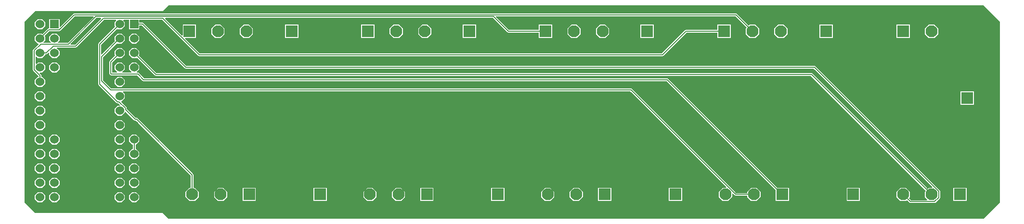
<source format=gbl>
G04*
G04 #@! TF.GenerationSoftware,Altium Limited,Altium Designer,21.6.1 (37)*
G04*
G04 Layer_Physical_Order=2*
G04 Layer_Color=16711680*
%FSLAX44Y44*%
%MOMM*%
G71*
G04*
G04 #@! TF.SameCoordinates,826819EA-234B-40C6-A563-737F89A4C456*
G04*
G04*
G04 #@! TF.FilePolarity,Positive*
G04*
G01*
G75*
%ADD11C,0.2000*%
%ADD26R,1.5300X1.5300*%
%ADD27C,1.5300*%
%ADD28R,2.1000X2.1000*%
%ADD29C,2.1000*%
%ADD30R,2.1000X2.1000*%
%ADD31C,0.7000*%
G36*
X1717757Y354071D02*
Y35929D01*
X1689071Y7243D01*
X260000Y7243D01*
X255929D01*
X246586Y16586D01*
X245858Y17072D01*
X245000Y17243D01*
X20929D01*
X2243Y35929D01*
Y354071D01*
X20929Y372757D01*
X245000D01*
X245858Y372928D01*
X246586Y373414D01*
X255929Y382757D01*
X260000Y382757D01*
X1689071Y382757D01*
X1717757Y354071D01*
D02*
G37*
%LPC*%
G36*
X1253540Y368917D02*
X1253540Y368917D01*
X89970D01*
X89970Y368917D01*
X88233Y368197D01*
X88233Y368197D01*
X65093Y345058D01*
X63920Y345544D01*
Y358920D01*
X46080D01*
Y343196D01*
X45080Y342537D01*
X43343Y341817D01*
X34170Y332645D01*
X33295Y333520D01*
X25905D01*
X20680Y328295D01*
Y320905D01*
X25905Y315680D01*
X26917D01*
X27403Y314507D01*
X17943Y305046D01*
X17223Y303309D01*
X17223Y303309D01*
Y269691D01*
X17223Y269691D01*
X17943Y267954D01*
X27143Y258753D01*
Y257320D01*
X25905D01*
X20680Y252095D01*
Y244705D01*
X25905Y239480D01*
X33295D01*
X38520Y244705D01*
Y252095D01*
X33295Y257320D01*
X32057D01*
Y259771D01*
X32057Y259771D01*
X31337Y261508D01*
X31337Y261508D01*
X29139Y263707D01*
X29625Y264880D01*
X33295D01*
X38520Y270105D01*
Y277495D01*
X33295Y282720D01*
X25905D01*
X23310Y280125D01*
X22137Y280611D01*
Y292389D01*
X23310Y292875D01*
X25905Y290280D01*
X33295D01*
X38520Y295505D01*
Y296743D01*
X40971D01*
X40971Y296743D01*
X42708Y297463D01*
X44907Y299661D01*
X46080Y299175D01*
Y295505D01*
X51305Y290280D01*
X58695D01*
X63920Y295505D01*
Y302895D01*
X59132Y307683D01*
X59658Y308953D01*
X92450D01*
X92450Y308953D01*
X94187Y309673D01*
X141977Y357463D01*
X163189D01*
X163675Y356290D01*
X161080Y353695D01*
Y346305D01*
X161955Y345430D01*
X132993Y316467D01*
X132273Y314730D01*
X132273Y314730D01*
Y244241D01*
X132273Y244241D01*
X132993Y242504D01*
X164154Y211343D01*
X164154Y211343D01*
X165891Y210623D01*
X165891Y210623D01*
X167531D01*
X170461Y207693D01*
X169975Y206520D01*
X166305D01*
X161080Y201295D01*
Y193905D01*
X166305Y188680D01*
X173695D01*
X178920Y193905D01*
Y194917D01*
X180093Y195403D01*
X195114Y180383D01*
X195114Y180383D01*
X196851Y179663D01*
X198491D01*
X295043Y83111D01*
Y61770D01*
X292625D01*
X285730Y54875D01*
Y45125D01*
X292625Y38230D01*
X302375D01*
X309270Y45125D01*
Y54875D01*
X302375Y61770D01*
X299957D01*
Y84129D01*
X299237Y85866D01*
X299237Y85866D01*
X201246Y183857D01*
X199509Y184577D01*
X199509Y184577D01*
X197869D01*
X182377Y200069D01*
Y201709D01*
X182377Y201709D01*
X181657Y203446D01*
X181657Y203446D01*
X172197Y212907D01*
X172683Y214080D01*
X173695D01*
X178920Y219305D01*
Y226695D01*
X175245Y230370D01*
X175731Y231543D01*
X1068042D01*
X1236641Y62943D01*
X1236155Y61770D01*
X1230125D01*
X1223230Y54875D01*
Y45125D01*
X1230125Y38230D01*
X1239875D01*
X1246770Y45125D01*
Y51155D01*
X1247943Y51641D01*
X1251322Y48263D01*
X1253059Y47543D01*
X1253060Y47543D01*
X1273230D01*
Y45125D01*
X1280125Y38230D01*
X1289875D01*
X1296770Y45125D01*
Y54875D01*
X1289875Y61770D01*
X1280125D01*
X1273230Y54875D01*
Y52457D01*
X1254077D01*
X1070797Y235737D01*
X1069060Y236457D01*
X1069060Y236457D01*
X155018D01*
X140457Y251018D01*
Y291582D01*
X165430Y316555D01*
X166305Y315680D01*
X173695D01*
X178920Y320905D01*
Y328295D01*
X173695Y333520D01*
X166305D01*
X161080Y328295D01*
Y320905D01*
X161955Y320030D01*
X138360Y296435D01*
X137187Y296921D01*
Y313712D01*
X165430Y341955D01*
X166305Y341080D01*
X173695D01*
X178920Y346305D01*
Y353695D01*
X176325Y356290D01*
X176811Y357463D01*
X186480D01*
Y341080D01*
X204320D01*
Y347543D01*
X208982D01*
X284263Y272263D01*
X284263Y272263D01*
X286000Y271543D01*
X286000Y271543D01*
X1390542D01*
X1599141Y62943D01*
X1598655Y61770D01*
X1592625D01*
X1590915Y60060D01*
X1388237Y262737D01*
X1386500Y263457D01*
X1386500Y263457D01*
X234618D01*
X203445Y294630D01*
X204320Y295505D01*
Y302895D01*
X199095Y308120D01*
X191705D01*
X186480Y302895D01*
Y295505D01*
X191705Y290280D01*
X199095D01*
X199970Y291155D01*
X231863Y259263D01*
X231863Y259263D01*
X233600Y258543D01*
X233600Y258543D01*
X1385482D01*
X1587440Y56585D01*
X1585730Y54875D01*
Y45125D01*
X1589994Y40860D01*
X1589508Y39687D01*
X1561288D01*
X1557560Y43415D01*
X1559270Y45125D01*
Y54875D01*
X1552375Y61770D01*
X1542625D01*
X1535730Y54875D01*
Y45125D01*
X1542625Y38230D01*
X1552375D01*
X1554085Y39940D01*
X1558533Y35493D01*
X1558533Y35493D01*
X1560270Y34773D01*
X1602789D01*
X1602789Y34773D01*
X1604527Y35493D01*
X1612007Y42973D01*
X1612007Y42973D01*
X1612727Y44710D01*
Y55289D01*
X1612727Y55290D01*
X1612007Y57027D01*
X1393297Y275737D01*
X1391559Y276457D01*
X1391559Y276457D01*
X287018D01*
X211737Y351737D01*
X210000Y352457D01*
X210000Y352457D01*
X204320D01*
Y357463D01*
X244852D01*
X308052Y294263D01*
X309790Y293543D01*
X309790Y293543D01*
X1124059D01*
X1124060Y293543D01*
X1125797Y294263D01*
X1166577Y335043D01*
X1220730D01*
Y325730D01*
X1244270D01*
Y349270D01*
X1220730D01*
Y339957D01*
X1165560D01*
X1165559Y339957D01*
X1163822Y339237D01*
X1163822Y339237D01*
X1123042Y298457D01*
X310807D01*
X284708Y324557D01*
X285194Y325730D01*
X304270D01*
Y349270D01*
X280730D01*
Y330194D01*
X279557Y329708D01*
X249705Y359560D01*
X250191Y360733D01*
X826352D01*
X851322Y335763D01*
X851322Y335763D01*
X853059Y335043D01*
X907188D01*
Y325730D01*
X930727D01*
Y349270D01*
X907188D01*
Y339957D01*
X854077D01*
X831205Y362830D01*
X831691Y364003D01*
X1252522D01*
X1272440Y344085D01*
X1270730Y342375D01*
Y332625D01*
X1277625Y325730D01*
X1287375D01*
X1294270Y332625D01*
Y342375D01*
X1287375Y349270D01*
X1277625D01*
X1275915Y347560D01*
X1255277Y368197D01*
X1253540Y368917D01*
D02*
G37*
G36*
X33295Y358920D02*
X25905D01*
X20680Y353695D01*
Y346305D01*
X25905Y341080D01*
X33295D01*
X38520Y346305D01*
Y353695D01*
X33295Y358920D01*
D02*
G37*
G36*
X1602375Y349270D02*
X1592625D01*
X1585730Y342375D01*
Y332625D01*
X1592625Y325730D01*
X1602375D01*
X1609270Y332625D01*
Y342375D01*
X1602375Y349270D01*
D02*
G37*
G36*
X1559270D02*
X1535730D01*
Y325730D01*
X1559270D01*
Y349270D01*
D02*
G37*
G36*
X1424270D02*
X1400730D01*
Y325730D01*
X1424270D01*
Y349270D01*
D02*
G37*
G36*
X1337375D02*
X1327625D01*
X1320730Y342375D01*
Y332625D01*
X1327625Y325730D01*
X1337375D01*
X1344270Y332625D01*
Y342375D01*
X1337375Y349270D01*
D02*
G37*
G36*
X1109270D02*
X1085730D01*
Y325730D01*
X1109270D01*
Y349270D01*
D02*
G37*
G36*
X1023833D02*
X1014082D01*
X1007188Y342375D01*
Y332625D01*
X1014082Y325730D01*
X1023833D01*
X1030727Y332625D01*
Y342375D01*
X1023833Y349270D01*
D02*
G37*
G36*
X973833D02*
X964082D01*
X957188Y342375D01*
Y332625D01*
X964082Y325730D01*
X973833D01*
X980727Y332625D01*
Y342375D01*
X973833Y349270D01*
D02*
G37*
G36*
X796770D02*
X773230D01*
Y325730D01*
X796770D01*
Y349270D01*
D02*
G37*
G36*
X711333D02*
X701582D01*
X694688Y342375D01*
Y332625D01*
X701582Y325730D01*
X711333D01*
X718227Y332625D01*
Y342375D01*
X711333Y349270D01*
D02*
G37*
G36*
X661333D02*
X651582D01*
X644688Y342375D01*
Y332625D01*
X651582Y325730D01*
X661333D01*
X668227Y332625D01*
Y342375D01*
X661333Y349270D01*
D02*
G37*
G36*
X618228D02*
X594688D01*
Y325730D01*
X618228D01*
Y349270D01*
D02*
G37*
G36*
X484270D02*
X460730D01*
Y325730D01*
X484270D01*
Y349270D01*
D02*
G37*
G36*
X397375D02*
X387625D01*
X380730Y342375D01*
Y332625D01*
X387625Y325730D01*
X397375D01*
X404270Y332625D01*
Y342375D01*
X397375Y349270D01*
D02*
G37*
G36*
X347375D02*
X337625D01*
X330730Y342375D01*
Y332625D01*
X337625Y325730D01*
X347375D01*
X354270Y332625D01*
Y342375D01*
X347375Y349270D01*
D02*
G37*
G36*
X199095Y333520D02*
X191705D01*
X186480Y328295D01*
Y320905D01*
X191705Y315680D01*
X199095D01*
X204320Y320905D01*
Y328295D01*
X199095Y333520D01*
D02*
G37*
G36*
X173695Y308120D02*
X166305D01*
X161080Y302895D01*
Y295505D01*
X161955Y294630D01*
X152263Y284937D01*
X151543Y283200D01*
X151543Y283200D01*
Y263172D01*
X151543Y263172D01*
X152263Y261434D01*
X153434Y260263D01*
X153434Y260263D01*
X155172Y259543D01*
X155172Y259543D01*
X200982D01*
X210263Y250263D01*
X210263Y250263D01*
X212000Y249543D01*
X1131982D01*
X1323230Y58295D01*
Y38230D01*
X1346770D01*
Y61770D01*
X1326705D01*
X1134737Y253737D01*
X1133000Y254457D01*
X1133000Y254457D01*
X213018D01*
X203737Y263737D01*
X202000Y264457D01*
X202000Y264457D01*
X200468D01*
X199942Y265727D01*
X204320Y270105D01*
Y277495D01*
X199095Y282720D01*
X191705D01*
X186480Y277495D01*
Y270105D01*
X190858Y265727D01*
X190332Y264457D01*
X175068D01*
X174542Y265727D01*
X178920Y270105D01*
Y277495D01*
X173695Y282720D01*
X166305D01*
X161080Y277495D01*
Y270105D01*
X165458Y265727D01*
X164932Y264457D01*
X156457D01*
Y282182D01*
X165430Y291155D01*
X166305Y290280D01*
X173695D01*
X178920Y295505D01*
Y302895D01*
X173695Y308120D01*
D02*
G37*
G36*
X58695Y282720D02*
X51305D01*
X46080Y277495D01*
Y270105D01*
X51305Y264880D01*
X58695D01*
X63920Y270105D01*
Y277495D01*
X58695Y282720D01*
D02*
G37*
G36*
X173695Y257320D02*
X166305D01*
X161080Y252095D01*
Y244705D01*
X166305Y239480D01*
X173695D01*
X178920Y244705D01*
Y252095D01*
X173695Y257320D01*
D02*
G37*
G36*
X33295Y231920D02*
X25905D01*
X20680Y226695D01*
Y219305D01*
X25905Y214080D01*
X33295D01*
X38520Y219305D01*
Y226695D01*
X33295Y231920D01*
D02*
G37*
G36*
X1671770Y231770D02*
X1648230D01*
Y208230D01*
X1671770D01*
Y231770D01*
D02*
G37*
G36*
X33295Y206520D02*
X25905D01*
X20680Y201295D01*
Y193905D01*
X25905Y188680D01*
X33295D01*
X38520Y193905D01*
Y201295D01*
X33295Y206520D01*
D02*
G37*
G36*
X173695Y181120D02*
X166305D01*
X161080Y175895D01*
Y168505D01*
X166305Y163280D01*
X173695D01*
X178920Y168505D01*
Y175895D01*
X173695Y181120D01*
D02*
G37*
G36*
X33295D02*
X25905D01*
X20680Y175895D01*
Y168505D01*
X25905Y163280D01*
X33295D01*
X38520Y168505D01*
Y175895D01*
X33295Y181120D01*
D02*
G37*
G36*
X173695Y155720D02*
X166305D01*
X161080Y150495D01*
Y143105D01*
X166305Y137880D01*
X173695D01*
X178920Y143105D01*
Y150495D01*
X173695Y155720D01*
D02*
G37*
G36*
X58695D02*
X51305D01*
X46080Y150495D01*
Y143105D01*
X51305Y137880D01*
X58695D01*
X63920Y143105D01*
Y150495D01*
X58695Y155720D01*
D02*
G37*
G36*
X33295D02*
X25905D01*
X20680Y150495D01*
Y143105D01*
X25905Y137880D01*
X33295D01*
X38520Y143105D01*
Y150495D01*
X33295Y155720D01*
D02*
G37*
G36*
X199095D02*
X191705D01*
X186480Y150495D01*
Y143105D01*
X191705Y137880D01*
X192943D01*
Y130320D01*
X191705D01*
X186480Y125095D01*
Y117705D01*
X191705Y112480D01*
X199095D01*
X204320Y117705D01*
Y125095D01*
X199095Y130320D01*
X197857D01*
Y137880D01*
X199095D01*
X204320Y143105D01*
Y150495D01*
X199095Y155720D01*
D02*
G37*
G36*
X173695Y130320D02*
X166305D01*
X161080Y125095D01*
Y117705D01*
X166305Y112480D01*
X173695D01*
X178920Y117705D01*
Y125095D01*
X173695Y130320D01*
D02*
G37*
G36*
X58695D02*
X51305D01*
X46080Y125095D01*
Y117705D01*
X51305Y112480D01*
X58695D01*
X63920Y117705D01*
Y125095D01*
X58695Y130320D01*
D02*
G37*
G36*
X33295D02*
X25905D01*
X20680Y125095D01*
Y117705D01*
X25905Y112480D01*
X33295D01*
X38520Y117705D01*
Y125095D01*
X33295Y130320D01*
D02*
G37*
G36*
X199095Y104920D02*
X191705D01*
X186480Y99695D01*
Y92305D01*
X191705Y87080D01*
X199095D01*
X204320Y92305D01*
Y99695D01*
X199095Y104920D01*
D02*
G37*
G36*
X173695D02*
X166305D01*
X161080Y99695D01*
Y92305D01*
X166305Y87080D01*
X173695D01*
X178920Y92305D01*
Y99695D01*
X173695Y104920D01*
D02*
G37*
G36*
X58695D02*
X51305D01*
X46080Y99695D01*
Y92305D01*
X51305Y87080D01*
X58695D01*
X63920Y92305D01*
Y99695D01*
X58695Y104920D01*
D02*
G37*
G36*
X33295D02*
X25905D01*
X20680Y99695D01*
Y92305D01*
X25905Y87080D01*
X33295D01*
X38520Y92305D01*
Y99695D01*
X33295Y104920D01*
D02*
G37*
G36*
X199095Y79520D02*
X191705D01*
X186480Y74295D01*
Y66905D01*
X191705Y61680D01*
X199095D01*
X204320Y66905D01*
Y74295D01*
X199095Y79520D01*
D02*
G37*
G36*
X173695D02*
X166305D01*
X161080Y74295D01*
Y66905D01*
X166305Y61680D01*
X173695D01*
X178920Y66905D01*
Y74295D01*
X173695Y79520D01*
D02*
G37*
G36*
X58695D02*
X51305D01*
X46080Y74295D01*
Y66905D01*
X51305Y61680D01*
X58695D01*
X63920Y66905D01*
Y74295D01*
X58695Y79520D01*
D02*
G37*
G36*
X33295D02*
X25905D01*
X20680Y74295D01*
Y66905D01*
X25905Y61680D01*
X33295D01*
X38520Y66905D01*
Y74295D01*
X33295Y79520D01*
D02*
G37*
G36*
X1659270Y61770D02*
X1635730D01*
Y38230D01*
X1659270D01*
Y61770D01*
D02*
G37*
G36*
X1471770D02*
X1448230D01*
Y38230D01*
X1471770D01*
Y61770D01*
D02*
G37*
G36*
X1159270D02*
X1135730D01*
Y38230D01*
X1159270D01*
Y61770D01*
D02*
G37*
G36*
X1034270D02*
X1010730D01*
Y38230D01*
X1034270D01*
Y61770D01*
D02*
G37*
G36*
X977375D02*
X967625D01*
X960730Y54875D01*
Y45125D01*
X967625Y38230D01*
X977375D01*
X984270Y45125D01*
Y54875D01*
X977375Y61770D01*
D02*
G37*
G36*
X927375D02*
X917625D01*
X910730Y54875D01*
Y45125D01*
X917625Y38230D01*
X927375D01*
X934270Y45125D01*
Y54875D01*
X927375Y61770D01*
D02*
G37*
G36*
X846770D02*
X823230D01*
Y38230D01*
X846770D01*
Y61770D01*
D02*
G37*
G36*
X721770D02*
X698230D01*
Y38230D01*
X721770D01*
Y61770D01*
D02*
G37*
G36*
X664875D02*
X655125D01*
X648230Y54875D01*
Y45125D01*
X655125Y38230D01*
X664875D01*
X671770Y45125D01*
Y54875D01*
X664875Y61770D01*
D02*
G37*
G36*
X614875D02*
X605125D01*
X598230Y54875D01*
Y45125D01*
X605125Y38230D01*
X614875D01*
X621770Y45125D01*
Y54875D01*
X614875Y61770D01*
D02*
G37*
G36*
X534270D02*
X510730D01*
Y38230D01*
X534270D01*
Y61770D01*
D02*
G37*
G36*
X409270D02*
X385730D01*
Y38230D01*
X409270D01*
Y61770D01*
D02*
G37*
G36*
X352375D02*
X342625D01*
X335730Y54875D01*
Y45125D01*
X342625Y38230D01*
X352375D01*
X359270Y45125D01*
Y54875D01*
X352375Y61770D01*
D02*
G37*
G36*
X199095Y54120D02*
X191705D01*
X186480Y48895D01*
Y41505D01*
X191705Y36280D01*
X199095D01*
X204320Y41505D01*
Y48895D01*
X199095Y54120D01*
D02*
G37*
G36*
X173695D02*
X166305D01*
X161080Y48895D01*
Y41505D01*
X166305Y36280D01*
X173695D01*
X178920Y41505D01*
Y48895D01*
X173695Y54120D01*
D02*
G37*
G36*
X58695D02*
X51305D01*
X46080Y48895D01*
Y41505D01*
X51305Y36280D01*
X58695D01*
X63920Y41505D01*
Y48895D01*
X58695Y54120D01*
D02*
G37*
G36*
X33295D02*
X25905D01*
X20680Y48895D01*
Y41505D01*
X25905Y36280D01*
X33295D01*
X38520Y41505D01*
Y48895D01*
X33295Y54120D01*
D02*
G37*
%LPD*%
G36*
X124040Y362830D02*
X78348Y317137D01*
X61811D01*
X61325Y318310D01*
X63920Y320905D01*
Y328295D01*
X58695Y333520D01*
X51305D01*
X46080Y328295D01*
Y320905D01*
X48675Y318310D01*
X48189Y317137D01*
X36411D01*
X35925Y318310D01*
X38520Y320905D01*
Y328295D01*
X37645Y329170D01*
X46098Y337623D01*
X63590D01*
X63590Y337623D01*
X65328Y338343D01*
X90988Y364003D01*
X123554D01*
X124040Y362830D01*
D02*
G37*
G36*
X137124Y359560D02*
X91432Y313867D01*
X83687D01*
X83201Y315040D01*
X128893Y360733D01*
X136638D01*
X137124Y359560D01*
D02*
G37*
D11*
X195000Y125000D02*
X195400Y125400D01*
Y146800D01*
X1253540Y366460D02*
X1282500Y337500D01*
X89970Y366460D02*
X1253540D01*
X134730Y314730D02*
X170000Y350000D01*
X134730Y244241D02*
Y314730D01*
X170000Y350000D02*
Y350000D01*
X168000Y322600D02*
Y324000D01*
X138000Y292600D02*
X168000Y322600D01*
X138000Y250000D02*
Y292600D01*
X297500Y50500D02*
X298000Y50000D01*
X199509Y182120D02*
X297500Y84129D01*
X196851Y182120D02*
X199509D01*
X297500Y50500D02*
Y84129D01*
X179920Y199051D02*
Y201709D01*
Y199051D02*
X196851Y182120D01*
X168549Y213080D02*
X179920Y201709D01*
X165891Y213080D02*
X168549D01*
X134730Y244241D02*
X165891Y213080D01*
X138000Y250000D02*
X154000Y234000D01*
X140960Y359920D02*
X245870D01*
X30000Y298800D02*
Y299000D01*
X79366Y314680D02*
X127875Y363190D01*
X827370D02*
X853059Y337500D01*
X53181Y311410D02*
X92450D01*
X40971Y299200D02*
X53181Y311410D01*
X92450D02*
X140960Y359920D01*
X31200Y299200D02*
X40971D01*
X31000Y299000D02*
X31200Y299200D01*
X127875Y363190D02*
X827370D01*
X63590Y340080D02*
X89970Y366460D01*
X19680Y303309D02*
X31051Y314680D01*
X19680Y269691D02*
Y303309D01*
X31051Y314680D02*
X79366D01*
X19680Y269691D02*
X29600Y259771D01*
Y248400D02*
Y259771D01*
X309790Y296000D02*
X1124060D01*
X1165559Y337500D01*
X1232500Y337000D02*
X1233000D01*
X245870Y359920D02*
X309790Y296000D01*
X1165559Y337500D02*
X1232500D01*
X195400Y350000D02*
X210000D01*
X286000Y274000D01*
X1391559D01*
X31000Y326000D02*
X45080Y340080D01*
X63590D01*
X853059Y337500D02*
X918958D01*
X1069060Y234000D02*
X1253059Y50000D01*
X154000Y234000D02*
X1069060D01*
X1253059Y50000D02*
X1285000D01*
X195400Y299200D02*
X233600Y261000D01*
X154000Y263172D02*
X155172Y262000D01*
X1596500Y51000D02*
X1599000D01*
X155172Y262000D02*
X202000D01*
X233600Y261000D02*
X1386500D01*
X212000Y252000D02*
X1133000D01*
X154000Y263172D02*
Y283200D01*
X202000Y262000D02*
X212000Y252000D01*
X1133000D02*
X1333000Y52000D01*
X1386500Y261000D02*
X1596500Y51000D01*
X1610270Y44710D02*
Y55290D01*
X1602789Y37230D02*
X1610270Y44710D01*
X1560270Y37230D02*
X1602789D01*
X1549500Y48000D02*
X1560270Y37230D01*
X1548000Y48000D02*
X1549500D01*
X1391559Y274000D02*
X1610270Y55290D01*
X1333000Y52000D02*
X1335000D01*
X169000Y298200D02*
Y299000D01*
X154000Y283200D02*
X169000Y298200D01*
D26*
X195400Y350000D02*
D03*
X55000D02*
D03*
D27*
X170000D02*
D03*
X195400Y324600D02*
D03*
X170000D02*
D03*
X195400Y299200D02*
D03*
X170000D02*
D03*
X195400Y273800D02*
D03*
X170000D02*
D03*
X195400Y248400D02*
D03*
X170000D02*
D03*
X195400Y223000D02*
D03*
X170000D02*
D03*
X195400Y197600D02*
D03*
X170000D02*
D03*
X195400Y172200D02*
D03*
X170000D02*
D03*
X195400Y146800D02*
D03*
X170000D02*
D03*
X195400Y121400D02*
D03*
X170000D02*
D03*
X195400Y96000D02*
D03*
X170000D02*
D03*
X195400Y70600D02*
D03*
X170000D02*
D03*
X195400Y45200D02*
D03*
X170000D02*
D03*
X29600Y350000D02*
D03*
X55000Y324600D02*
D03*
X29600D02*
D03*
X55000Y299200D02*
D03*
X29600D02*
D03*
X55000Y273800D02*
D03*
X29600D02*
D03*
X55000Y248400D02*
D03*
X29600D02*
D03*
X55000Y223000D02*
D03*
X29600D02*
D03*
X55000Y197600D02*
D03*
X29600D02*
D03*
X55000Y172200D02*
D03*
X29600D02*
D03*
X55000Y146800D02*
D03*
X29600D02*
D03*
X55000Y121400D02*
D03*
X29600D02*
D03*
X55000Y96000D02*
D03*
X29600D02*
D03*
X55000Y70600D02*
D03*
X29600D02*
D03*
X55000Y45200D02*
D03*
X29600D02*
D03*
D28*
X1097500Y337500D02*
D03*
X918958D02*
D03*
X785000D02*
D03*
X606457D02*
D03*
X472500D02*
D03*
X292500D02*
D03*
X1547500D02*
D03*
X1232500D02*
D03*
X1412500D02*
D03*
X1647500Y50000D02*
D03*
X1460000D02*
D03*
X1335000D02*
D03*
X1147500D02*
D03*
X1022500D02*
D03*
X835000D02*
D03*
X710000D02*
D03*
X522500D02*
D03*
X397500D02*
D03*
D29*
X1147500Y337500D02*
D03*
X1018958D02*
D03*
X968958D02*
D03*
X835000D02*
D03*
X706458D02*
D03*
X656458D02*
D03*
X522500D02*
D03*
X392500D02*
D03*
X342500D02*
D03*
X1647500D02*
D03*
X1597500D02*
D03*
X1332500D02*
D03*
X1282500D02*
D03*
X1462500D02*
D03*
X1660000Y170000D02*
D03*
X1547500Y50000D02*
D03*
X1597500D02*
D03*
X1410000D02*
D03*
X1235000D02*
D03*
X1285000D02*
D03*
X1097500D02*
D03*
X922500D02*
D03*
X972500D02*
D03*
X785000D02*
D03*
X610000D02*
D03*
X660000D02*
D03*
X472500D02*
D03*
X297500D02*
D03*
X347500D02*
D03*
D30*
X1660000Y220000D02*
D03*
D31*
X1702500Y360000D02*
D03*
X1690000Y335000D02*
D03*
X1702500Y310000D02*
D03*
X1690000Y285000D02*
D03*
X1702500Y260000D02*
D03*
X1690000Y235000D02*
D03*
X1702500Y210000D02*
D03*
X1690000Y135000D02*
D03*
Y85000D02*
D03*
X1677500Y360000D02*
D03*
X1665000Y335000D02*
D03*
X1677500Y310000D02*
D03*
X1665000Y285000D02*
D03*
X1677500Y260000D02*
D03*
X1665000Y185000D02*
D03*
X1677500Y160000D02*
D03*
X1665000Y135000D02*
D03*
X1677500Y110000D02*
D03*
X1665000Y85000D02*
D03*
X1677500Y60000D02*
D03*
X1665000Y35000D02*
D03*
X1652500Y360000D02*
D03*
Y310000D02*
D03*
X1640000Y285000D02*
D03*
X1652500Y260000D02*
D03*
X1640000Y185000D02*
D03*
Y135000D02*
D03*
X1652500Y110000D02*
D03*
X1640000Y85000D02*
D03*
X1627500Y360000D02*
D03*
X1615000Y335000D02*
D03*
X1627500Y310000D02*
D03*
X1615000Y285000D02*
D03*
Y235000D02*
D03*
X1627500Y210000D02*
D03*
X1615000Y185000D02*
D03*
X1627500Y160000D02*
D03*
X1615000Y135000D02*
D03*
X1627500Y110000D02*
D03*
X1615000Y35000D02*
D03*
X1602500Y360000D02*
D03*
Y260000D02*
D03*
X1590000Y235000D02*
D03*
X1602500Y210000D02*
D03*
X1590000Y185000D02*
D03*
X1602500Y160000D02*
D03*
X1590000Y135000D02*
D03*
X1602500Y110000D02*
D03*
X1565000Y335000D02*
D03*
X1577500Y310000D02*
D03*
X1565000Y285000D02*
D03*
X1577500Y260000D02*
D03*
X1565000Y235000D02*
D03*
X1577500Y210000D02*
D03*
X1565000Y185000D02*
D03*
X1577500Y160000D02*
D03*
X1552500Y310000D02*
D03*
X1540000Y285000D02*
D03*
X1552500Y260000D02*
D03*
X1540000Y235000D02*
D03*
X1552500Y210000D02*
D03*
Y160000D02*
D03*
X1540000Y85000D02*
D03*
X1527500Y310000D02*
D03*
X1515000Y285000D02*
D03*
X1527500Y260000D02*
D03*
X1515000Y235000D02*
D03*
X1527500Y210000D02*
D03*
X1515000Y85000D02*
D03*
X1527500Y60000D02*
D03*
X1515000Y35000D02*
D03*
X1502500Y310000D02*
D03*
X1490000Y285000D02*
D03*
X1502500Y260000D02*
D03*
X1490000Y235000D02*
D03*
X1502500Y210000D02*
D03*
X1490000Y135000D02*
D03*
X1502500Y110000D02*
D03*
X1490000Y85000D02*
D03*
X1502500Y60000D02*
D03*
X1490000Y35000D02*
D03*
X1477500Y310000D02*
D03*
X1465000Y285000D02*
D03*
X1477500Y260000D02*
D03*
X1465000Y135000D02*
D03*
X1477500Y110000D02*
D03*
X1465000Y85000D02*
D03*
X1477500Y60000D02*
D03*
X1440000Y335000D02*
D03*
X1452500Y310000D02*
D03*
X1440000Y285000D02*
D03*
X1452500Y260000D02*
D03*
X1440000Y185000D02*
D03*
X1452500Y160000D02*
D03*
X1440000Y135000D02*
D03*
X1452500Y110000D02*
D03*
X1440000Y85000D02*
D03*
X1427500Y310000D02*
D03*
X1415000Y185000D02*
D03*
X1427500Y160000D02*
D03*
X1415000Y135000D02*
D03*
X1427500Y110000D02*
D03*
X1415000Y85000D02*
D03*
X1427500Y60000D02*
D03*
X1415000Y35000D02*
D03*
X1402500Y360000D02*
D03*
Y310000D02*
D03*
X1390000Y235000D02*
D03*
X1402500Y210000D02*
D03*
X1390000Y185000D02*
D03*
X1402500Y160000D02*
D03*
X1390000Y135000D02*
D03*
X1402500Y110000D02*
D03*
X1390000Y85000D02*
D03*
Y35000D02*
D03*
X1365000Y335000D02*
D03*
X1377500Y310000D02*
D03*
X1365000Y235000D02*
D03*
X1377500Y210000D02*
D03*
X1365000Y185000D02*
D03*
X1377500Y160000D02*
D03*
X1365000Y135000D02*
D03*
X1377500Y110000D02*
D03*
X1365000Y85000D02*
D03*
X1377500Y60000D02*
D03*
X1365000Y35000D02*
D03*
X1352500Y360000D02*
D03*
Y310000D02*
D03*
X1340000Y235000D02*
D03*
X1352500Y210000D02*
D03*
X1340000Y185000D02*
D03*
X1352500Y160000D02*
D03*
X1340000Y135000D02*
D03*
X1352500Y110000D02*
D03*
X1340000Y85000D02*
D03*
X1352500Y60000D02*
D03*
X1327500Y360000D02*
D03*
X1315000Y335000D02*
D03*
X1327500Y310000D02*
D03*
X1315000Y235000D02*
D03*
X1327500Y210000D02*
D03*
X1315000Y185000D02*
D03*
X1327500Y160000D02*
D03*
X1315000Y135000D02*
D03*
X1327500Y110000D02*
D03*
X1315000Y85000D02*
D03*
Y35000D02*
D03*
X1302500Y360000D02*
D03*
Y310000D02*
D03*
X1290000Y235000D02*
D03*
X1302500Y210000D02*
D03*
X1290000Y185000D02*
D03*
X1302500Y160000D02*
D03*
X1290000Y135000D02*
D03*
X1302500Y110000D02*
D03*
Y60000D02*
D03*
X1277500Y360000D02*
D03*
X1265000Y335000D02*
D03*
X1277500Y310000D02*
D03*
X1265000Y235000D02*
D03*
X1277500Y210000D02*
D03*
X1265000Y185000D02*
D03*
X1277500Y160000D02*
D03*
X1265000Y135000D02*
D03*
Y85000D02*
D03*
Y35000D02*
D03*
X1252500Y310000D02*
D03*
X1240000Y235000D02*
D03*
X1252500Y210000D02*
D03*
X1240000Y185000D02*
D03*
X1252500Y160000D02*
D03*
Y110000D02*
D03*
X1240000Y85000D02*
D03*
X1227500Y310000D02*
D03*
X1215000Y235000D02*
D03*
X1227500Y210000D02*
D03*
X1215000Y185000D02*
D03*
Y135000D02*
D03*
X1227500Y110000D02*
D03*
X1215000Y35000D02*
D03*
X1202500Y310000D02*
D03*
X1190000Y235000D02*
D03*
X1202500Y210000D02*
D03*
Y160000D02*
D03*
X1190000Y135000D02*
D03*
Y85000D02*
D03*
Y35000D02*
D03*
X1177500Y310000D02*
D03*
X1165000Y235000D02*
D03*
Y185000D02*
D03*
X1177500Y160000D02*
D03*
Y110000D02*
D03*
X1165000Y85000D02*
D03*
X1152500Y310000D02*
D03*
Y210000D02*
D03*
X1140000Y185000D02*
D03*
Y135000D02*
D03*
X1152500Y110000D02*
D03*
X1140000Y85000D02*
D03*
X1115000Y335000D02*
D03*
Y235000D02*
D03*
X1127500Y210000D02*
D03*
Y160000D02*
D03*
X1115000Y135000D02*
D03*
X1127500Y110000D02*
D03*
X1115000Y85000D02*
D03*
Y35000D02*
D03*
X1102500Y310000D02*
D03*
X1090000Y235000D02*
D03*
Y185000D02*
D03*
X1102500Y160000D02*
D03*
X1090000Y135000D02*
D03*
X1102500Y110000D02*
D03*
X1090000Y85000D02*
D03*
X1065000Y335000D02*
D03*
X1077500Y310000D02*
D03*
Y210000D02*
D03*
X1065000Y185000D02*
D03*
X1077500Y160000D02*
D03*
X1065000Y135000D02*
D03*
X1077500Y110000D02*
D03*
X1065000Y85000D02*
D03*
X1077500Y60000D02*
D03*
X1040000Y335000D02*
D03*
X1052500Y310000D02*
D03*
Y210000D02*
D03*
X1040000Y185000D02*
D03*
X1052500Y160000D02*
D03*
X1040000Y135000D02*
D03*
X1052500Y110000D02*
D03*
X1040000Y85000D02*
D03*
X1052500Y60000D02*
D03*
X1027500Y310000D02*
D03*
Y210000D02*
D03*
X1015000Y185000D02*
D03*
X1027500Y160000D02*
D03*
X1015000Y135000D02*
D03*
X1027500Y110000D02*
D03*
X1015000Y85000D02*
D03*
X990000Y335000D02*
D03*
X1002500Y310000D02*
D03*
Y210000D02*
D03*
X990000Y185000D02*
D03*
X1002500Y160000D02*
D03*
X990000Y135000D02*
D03*
X1002500Y110000D02*
D03*
X977500Y310000D02*
D03*
Y210000D02*
D03*
X965000Y185000D02*
D03*
X977500Y160000D02*
D03*
X965000Y135000D02*
D03*
X977500Y110000D02*
D03*
X965000Y85000D02*
D03*
X952500Y310000D02*
D03*
Y210000D02*
D03*
X940000Y185000D02*
D03*
X952500Y160000D02*
D03*
X940000Y85000D02*
D03*
X952500Y60000D02*
D03*
X927500Y310000D02*
D03*
Y210000D02*
D03*
X915000Y185000D02*
D03*
X927500Y160000D02*
D03*
X915000Y135000D02*
D03*
X927500Y110000D02*
D03*
X902500Y210000D02*
D03*
X890000Y135000D02*
D03*
X902500Y110000D02*
D03*
X890000Y85000D02*
D03*
Y35000D02*
D03*
X877500Y210000D02*
D03*
X865000Y185000D02*
D03*
X877500Y160000D02*
D03*
X865000Y85000D02*
D03*
Y35000D02*
D03*
X840000Y185000D02*
D03*
X852500Y160000D02*
D03*
X840000Y135000D02*
D03*
X852500Y110000D02*
D03*
X840000Y85000D02*
D03*
X827500Y210000D02*
D03*
X815000Y135000D02*
D03*
X827500Y110000D02*
D03*
X815000Y85000D02*
D03*
X802500Y210000D02*
D03*
X790000Y185000D02*
D03*
X802500Y160000D02*
D03*
X790000Y135000D02*
D03*
X802500Y110000D02*
D03*
X790000Y85000D02*
D03*
X765000Y335000D02*
D03*
Y185000D02*
D03*
X777500Y160000D02*
D03*
X765000Y135000D02*
D03*
X777500Y110000D02*
D03*
X765000Y85000D02*
D03*
X752500Y210000D02*
D03*
X740000Y185000D02*
D03*
X752500Y160000D02*
D03*
X740000Y135000D02*
D03*
X752500Y110000D02*
D03*
X740000Y85000D02*
D03*
X752500Y60000D02*
D03*
X727500Y210000D02*
D03*
X715000Y185000D02*
D03*
X727500Y160000D02*
D03*
X715000Y135000D02*
D03*
X727500Y110000D02*
D03*
X715000Y85000D02*
D03*
X727500Y60000D02*
D03*
X702500Y210000D02*
D03*
X690000Y185000D02*
D03*
X702500Y160000D02*
D03*
X690000Y135000D02*
D03*
X702500Y110000D02*
D03*
X690000Y85000D02*
D03*
X677500Y210000D02*
D03*
X665000Y185000D02*
D03*
X677500Y160000D02*
D03*
X665000Y135000D02*
D03*
X677500Y110000D02*
D03*
X665000Y85000D02*
D03*
X677500Y60000D02*
D03*
X652500Y210000D02*
D03*
X640000Y185000D02*
D03*
X652500Y160000D02*
D03*
X640000Y135000D02*
D03*
X652500Y110000D02*
D03*
X640000Y85000D02*
D03*
X627500Y210000D02*
D03*
X615000Y185000D02*
D03*
X627500Y160000D02*
D03*
X615000Y135000D02*
D03*
X627500Y110000D02*
D03*
X602500Y210000D02*
D03*
X590000Y185000D02*
D03*
X602500Y160000D02*
D03*
X590000Y135000D02*
D03*
Y85000D02*
D03*
Y35000D02*
D03*
X565000Y335000D02*
D03*
X577500Y210000D02*
D03*
X565000Y185000D02*
D03*
X577500Y160000D02*
D03*
X565000Y85000D02*
D03*
Y35000D02*
D03*
X540000Y335000D02*
D03*
X552500Y210000D02*
D03*
X540000Y185000D02*
D03*
Y135000D02*
D03*
X552500Y110000D02*
D03*
X540000Y85000D02*
D03*
X527500Y210000D02*
D03*
X515000Y135000D02*
D03*
X527500Y110000D02*
D03*
X515000Y85000D02*
D03*
X502500Y160000D02*
D03*
X490000Y135000D02*
D03*
X502500Y110000D02*
D03*
X490000Y85000D02*
D03*
Y35000D02*
D03*
X477500Y160000D02*
D03*
X465000Y135000D02*
D03*
X477500Y110000D02*
D03*
X465000Y85000D02*
D03*
X440000Y335000D02*
D03*
X452500Y160000D02*
D03*
X440000Y135000D02*
D03*
X452500Y110000D02*
D03*
X440000Y85000D02*
D03*
X452500Y60000D02*
D03*
X415000Y335000D02*
D03*
X427500Y160000D02*
D03*
X415000Y135000D02*
D03*
X427500Y110000D02*
D03*
X415000Y85000D02*
D03*
X427500Y60000D02*
D03*
X402500Y160000D02*
D03*
X390000Y135000D02*
D03*
X402500Y110000D02*
D03*
X390000Y85000D02*
D03*
X377500Y160000D02*
D03*
X365000Y135000D02*
D03*
X377500Y110000D02*
D03*
X352500Y160000D02*
D03*
X340000Y135000D02*
D03*
X352500Y110000D02*
D03*
X340000Y85000D02*
D03*
X315000Y335000D02*
D03*
X327500Y160000D02*
D03*
X302500D02*
D03*
X290000Y135000D02*
D03*
X302500Y110000D02*
D03*
X265000Y85000D02*
D03*
X277500Y60000D02*
D03*
X265000Y35000D02*
D03*
X252500Y110000D02*
D03*
Y60000D02*
D03*
X240000Y35000D02*
D03*
X227500Y310000D02*
D03*
X215000Y85000D02*
D03*
Y35000D02*
D03*
X152500Y210000D02*
D03*
X140000Y185000D02*
D03*
Y135000D02*
D03*
X152500Y110000D02*
D03*
X140000Y85000D02*
D03*
X152500Y60000D02*
D03*
X140000Y35000D02*
D03*
X115000Y235000D02*
D03*
X127500Y210000D02*
D03*
X115000Y185000D02*
D03*
X127500Y160000D02*
D03*
X115000Y135000D02*
D03*
X127500Y110000D02*
D03*
X115000Y85000D02*
D03*
X127500Y60000D02*
D03*
X115000Y35000D02*
D03*
X102500Y310000D02*
D03*
Y260000D02*
D03*
X90000Y235000D02*
D03*
X102500Y210000D02*
D03*
X90000Y185000D02*
D03*
X102500Y160000D02*
D03*
X90000Y135000D02*
D03*
X102500Y110000D02*
D03*
Y60000D02*
D03*
X90000Y35000D02*
D03*
X77500Y260000D02*
D03*
X65000Y235000D02*
D03*
X77500Y210000D02*
D03*
X65000Y185000D02*
D03*
X77500Y160000D02*
D03*
X65000Y135000D02*
D03*
X77500Y110000D02*
D03*
X65000Y85000D02*
D03*
X77500Y60000D02*
D03*
X65000Y35000D02*
D03*
X40000Y235000D02*
D03*
Y185000D02*
D03*
Y135000D02*
D03*
Y85000D02*
D03*
Y35000D02*
D03*
M02*

</source>
